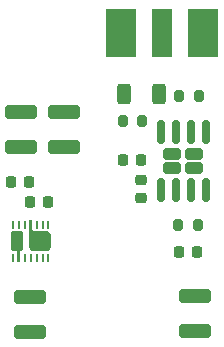
<source format=gbr>
%TF.GenerationSoftware,KiCad,Pcbnew,(6.0.7)*%
%TF.CreationDate,2023-08-04T14:01:42+02:00*%
%TF.ProjectId,SFH203_photodetector,53464832-3033-45f7-9068-6f746f646574,2.2.1*%
%TF.SameCoordinates,Original*%
%TF.FileFunction,Paste,Top*%
%TF.FilePolarity,Positive*%
%FSLAX46Y46*%
G04 Gerber Fmt 4.6, Leading zero omitted, Abs format (unit mm)*
G04 Created by KiCad (PCBNEW (6.0.7)) date 2023-08-04 14:01:42*
%MOMM*%
%LPD*%
G01*
G04 APERTURE LIST*
G04 Aperture macros list*
%AMRoundRect*
0 Rectangle with rounded corners*
0 $1 Rounding radius*
0 $2 $3 $4 $5 $6 $7 $8 $9 X,Y pos of 4 corners*
0 Add a 4 corners polygon primitive as box body*
4,1,4,$2,$3,$4,$5,$6,$7,$8,$9,$2,$3,0*
0 Add four circle primitives for the rounded corners*
1,1,$1+$1,$2,$3*
1,1,$1+$1,$4,$5*
1,1,$1+$1,$6,$7*
1,1,$1+$1,$8,$9*
0 Add four rect primitives between the rounded corners*
20,1,$1+$1,$2,$3,$4,$5,0*
20,1,$1+$1,$4,$5,$6,$7,0*
20,1,$1+$1,$6,$7,$8,$9,0*
20,1,$1+$1,$8,$9,$2,$3,0*%
%AMFreePoly0*
4,1,38,0.670671,0.870970,0.751777,0.816777,0.805970,0.735671,0.825000,0.640000,0.825000,-0.640000,0.805970,-0.735671,0.751777,-0.816777,0.670671,-0.870970,0.575000,-0.890000,-0.780000,-0.890000,-0.880000,-0.915000,-1.750000,-0.915000,-1.750000,-0.665000,-1.075500,-0.665000,-1.075436,-0.664844,-1.075387,-0.664683,-1.075364,-0.664671,-1.075354,-0.664646,-1.075199,-0.664582,-1.075050,-0.664502,
-1.025101,-0.659508,-0.977199,-0.644539,-0.935281,-0.621584,-0.897355,-0.590644,-0.866421,-0.551727,-0.844465,-0.510809,-0.830492,-0.463901,-0.825497,-0.414950,-0.825420,-0.414807,-0.825354,-0.414646,-0.825329,-0.414636,-0.825316,-0.414612,-0.825157,-0.414565,-0.825000,-0.414500,-0.825000,0.640000,-0.575000,0.890000,0.575000,0.890000,0.670671,0.870970,0.670671,0.870970,$1*%
%AMFreePoly1*
4,1,25,0.670671,0.515970,0.751777,0.461777,0.805970,0.380671,0.825000,0.285000,0.825000,0.270000,1.750000,0.270000,1.750000,0.020000,0.825000,0.020000,0.825000,-0.285000,0.805970,-0.380671,0.751777,-0.461777,0.670671,-0.515970,0.575000,-0.535000,-0.575000,-0.535000,-0.670671,-0.515970,-0.751777,-0.461777,-0.805970,-0.380671,-0.825000,-0.285000,-0.825000,0.285000,-0.805970,0.380671,
-0.751777,0.461777,-0.670671,0.515970,-0.575000,0.535000,0.575000,0.535000,0.670671,0.515970,0.670671,0.515970,$1*%
G04 Aperture macros list end*
%ADD10RoundRect,0.225000X-0.225000X-0.250000X0.225000X-0.250000X0.225000X0.250000X-0.225000X0.250000X0*%
%ADD11RoundRect,0.250000X1.100000X-0.325000X1.100000X0.325000X-1.100000X0.325000X-1.100000X-0.325000X0*%
%ADD12RoundRect,0.225000X0.225000X0.250000X-0.225000X0.250000X-0.225000X-0.250000X0.225000X-0.250000X0*%
%ADD13RoundRect,0.200000X0.200000X0.275000X-0.200000X0.275000X-0.200000X-0.275000X0.200000X-0.275000X0*%
%ADD14RoundRect,0.250000X-0.312500X-0.625000X0.312500X-0.625000X0.312500X0.625000X-0.312500X0.625000X0*%
%ADD15R,0.250000X0.700000*%
%ADD16FreePoly0,270.000000*%
%ADD17FreePoly1,270.000000*%
%ADD18RoundRect,0.225000X0.250000X-0.225000X0.250000X0.225000X-0.250000X0.225000X-0.250000X-0.225000X0*%
%ADD19RoundRect,0.250000X-1.100000X0.325000X-1.100000X-0.325000X1.100000X-0.325000X1.100000X0.325000X0*%
%ADD20R,1.780000X4.190000*%
%ADD21R,2.665000X4.190000*%
%ADD22RoundRect,0.242500X0.527500X-0.242500X0.527500X0.242500X-0.527500X0.242500X-0.527500X-0.242500X0*%
%ADD23RoundRect,0.150000X0.150000X-0.825000X0.150000X0.825000X-0.150000X0.825000X-0.150000X-0.825000X0*%
%ADD24RoundRect,0.200000X-0.200000X-0.275000X0.200000X-0.275000X0.200000X0.275000X-0.200000X0.275000X0*%
G04 APERTURE END LIST*
D10*
%TO.C,C3*%
X202625000Y-111700000D03*
X204175000Y-111700000D03*
%TD*%
%TO.C,C4*%
X197925000Y-103900000D03*
X199475000Y-103900000D03*
%TD*%
D11*
%TO.C,C8*%
X192900000Y-102800000D03*
X192900000Y-99850000D03*
%TD*%
D12*
%TO.C,C7*%
X189975000Y-105800000D03*
X188425000Y-105800000D03*
%TD*%
D13*
%TO.C,R3*%
X204325000Y-98500000D03*
X202675000Y-98500000D03*
%TD*%
D14*
%TO.C,R4*%
X198037500Y-98300000D03*
X200962500Y-98300000D03*
%TD*%
D15*
%TO.C,U2*%
X191600000Y-109400000D03*
X191100000Y-109400000D03*
X190600000Y-109400000D03*
D16*
X190890000Y-110800000D03*
D15*
X189600000Y-109400000D03*
X189100000Y-109400000D03*
X188600000Y-109400000D03*
X188600000Y-112200000D03*
D17*
X188955000Y-110800000D03*
D15*
X189600000Y-112200000D03*
X190100000Y-112200000D03*
X190600000Y-112200000D03*
X191100000Y-112200000D03*
X191600000Y-112200000D03*
%TD*%
D18*
%TO.C,C5*%
X199400000Y-107175000D03*
X199400000Y-105625000D03*
%TD*%
D19*
%TO.C,C1*%
X204000000Y-115437500D03*
X204000000Y-118387500D03*
%TD*%
D20*
%TO.C,J4*%
X201200000Y-93135000D03*
D21*
X197707500Y-93135000D03*
X204692500Y-93135000D03*
%TD*%
D22*
%TO.C,U1*%
X202050000Y-103400000D03*
X203950000Y-104600000D03*
X202050000Y-104600000D03*
X203950000Y-103400000D03*
D23*
X201095000Y-106475000D03*
X202365000Y-106475000D03*
X203635000Y-106475000D03*
X204905000Y-106475000D03*
X204905000Y-101525000D03*
X203635000Y-101525000D03*
X202365000Y-101525000D03*
X201095000Y-101525000D03*
%TD*%
D13*
%TO.C,R2*%
X199525000Y-100600000D03*
X197875000Y-100600000D03*
%TD*%
D12*
%TO.C,C6*%
X191575000Y-107500000D03*
X190025000Y-107500000D03*
%TD*%
D24*
%TO.C,R1*%
X202575000Y-109400000D03*
X204225000Y-109400000D03*
%TD*%
D19*
%TO.C,C9*%
X189300000Y-99850000D03*
X189300000Y-102800000D03*
%TD*%
D11*
%TO.C,C2*%
X190000000Y-118475000D03*
X190000000Y-115525000D03*
%TD*%
M02*

</source>
